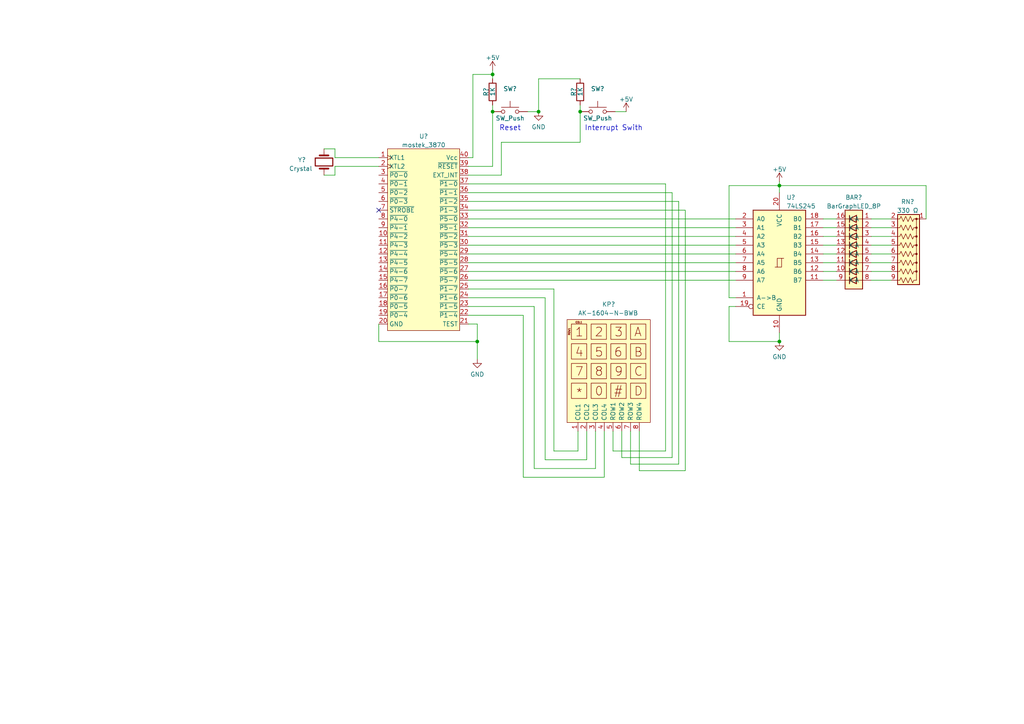
<source format=kicad_sch>
(kicad_sch (version 20211123) (generator eeschema)
  (paper "A4")
  (lib_symbols
    (symbol "74xx:74LS245" (pin_names (offset 1.016))
      (property "Reference" "U" (at -7.62 16.51 0))
      (property "Value" "74LS245" (at -7.62 -16.51 0))
      (symbol "74LS245_1_0"
        (polyline (pts (xy -0.635 -1.27) (xy -0.635 1.27) (xy 0.635 1.27)))
        (polyline (pts (xy -1.27 -1.27) (xy 0.635 -1.27) (xy 0.635 1.27) (xy 1.27 1.27)))
        (pin input line (at -12.7 -10.16 0) (length 5.08) (name "A->B") (number "1"))
        (pin power_in line (at 0 -20.32 90) (length 5.08) (name "GND") (number "10"))
        (pin tri_state line (at 12.7 -5.08 180) (length 5.08) (name "B7") (number "11"))
        (pin tri_state line (at 12.7 -2.54 180) (length 5.08) (name "B6") (number "12"))
        (pin tri_state line (at 12.7 0 180) (length 5.08) (name "B5") (number "13"))
        (pin tri_state line (at 12.7 2.54 180) (length 5.08) (name "B4") (number "14"))
        (pin tri_state line (at 12.7 5.08 180) (length 5.08) (name "B3") (number "15"))
        (pin tri_state line (at 12.7 7.62 180) (length 5.08) (name "B2") (number "16"))
        (pin tri_state line (at 12.7 10.16 180) (length 5.08) (name "B1") (number "17"))
        (pin tri_state line (at 12.7 12.7 180) (length 5.08) (name "B0") (number "18"))
        (pin input inverted (at -12.7 -12.7 0) (length 5.08) (name "CE") (number "19"))
        (pin tri_state line (at -12.7 12.7 0) (length 5.08) (name "A0") (number "2"))
        (pin power_in line (at 0 20.32 270) (length 5.08) (name "VCC") (number "20"))
        (pin tri_state line (at -12.7 10.16 0) (length 5.08) (name "A1") (number "3"))
        (pin tri_state line (at -12.7 7.62 0) (length 5.08) (name "A2") (number "4"))
        (pin tri_state line (at -12.7 5.08 0) (length 5.08) (name "A3") (number "5"))
        (pin tri_state line (at -12.7 2.54 0) (length 5.08) (name "A4") (number "6"))
        (pin tri_state line (at -12.7 0 0) (length 5.08) (name "A5") (number "7"))
        (pin tri_state line (at -12.7 -2.54 0) (length 5.08) (name "A6") (number "8"))
        (pin tri_state line (at -12.7 -5.08 0) (length 5.08) (name "A7") (number "9"))
      )
      (symbol "74LS245_1_1"
        (rectangle (start -7.62 15.24) (end 7.62 -15.24) (stroke (width 0.254)) (fill (type background)))
      )
    )
    (symbol "Device:Crystal" (pin_numbers hide) (pin_names (offset 1.016) hide)
      (property "Reference" "Y" (at 0 3.81 0))
      (property "Value" "Crystal" (at 0 -3.81 0))
      (symbol "Crystal_0_1"
        (rectangle (start -1.143 2.54) (end 1.143 -2.54) (stroke (width 0.3048)))
        (polyline (pts (xy -2.54 0) (xy -1.905 0)))
        (polyline (pts (xy -1.905 -1.27) (xy -1.905 1.27)) (stroke (width 0.508)))
        (polyline (pts (xy 1.905 -1.27) (xy 1.905 1.27)) (stroke (width 0.508)))
        (polyline (pts (xy 2.54 0) (xy 1.905 0)))
      )
      (symbol "Crystal_1_1"
        (pin passive line (at -3.81 0 0) (length 1.27) (name "1") (number "1"))
        (pin passive line (at 3.81 0 180) (length 1.27) (name "2") (number "2"))
      )
    )
    (symbol "Device:R" (pin_numbers hide) (pin_names (offset 0))
      (property "Reference" "R" (at 2.032 0 90))
      (property "Value" "R" (at 0 0 90))
      (symbol "R_0_1"
        (rectangle (start -1.016 -2.54) (end 1.016 2.54) (stroke (width 0.254)))
      )
      (symbol "R_1_1"
        (pin passive line (at 0 3.81 270) (length 1.27) (name "~") (number "1"))
        (pin passive line (at 0 -3.81 90) (length 1.27) (name "~") (number "2"))
      )
    )
    (symbol "Device:R_Network08_US" (pin_names (offset 0) hide)
      (property "Reference" "RN" (at -12.7 0 90))
      (property "Value" "R_Network08_US" (at 10.16 0 90))
      (symbol "R_Network08_US_0_1"
        (rectangle (start -11.43 -3.175) (end 8.89 3.175) (stroke (width 0.254)) (fill (type background)))
        (circle (center -10.16 2.286) (radius 0.254) (fill (type outline)))
        (circle (center -7.62 2.286) (radius 0.254) (fill (type outline)))
        (circle (center -5.08 2.286) (radius 0.254) (fill (type outline)))
        (circle (center -2.54 2.286) (radius 0.254) (fill (type outline)))
        (polyline (pts (xy -10.16 2.286) (xy 7.62 2.286)))
        (polyline (pts (xy -10.16 2.286) (xy -10.16 1.524) (xy -9.398 1.1684) (xy -10.922 0.508) (xy -9.398 -0.1524) (xy -10.922 -0.8382) (xy -9.398 -1.524) (xy -10.922 -2.1844) (xy -10.16 -2.54) (xy -10.16 -3.81)))
        (polyline (pts (xy -7.62 2.286) (xy -7.62 1.524) (xy -6.858 1.1684) (xy -8.382 0.508) (xy -6.858 -0.1524) (xy -8.382 -0.8382) (xy -6.858 -1.524) (xy -8.382 -2.1844) (xy -7.62 -2.54) (xy -7.62 -3.81)))
        (polyline (pts (xy -5.08 2.286) (xy -5.08 1.524) (xy -4.318 1.1684) (xy -5.842 0.508) (xy -4.318 -0.1524) (xy -5.842 -0.8382) (xy -4.318 -1.524) (xy -5.842 -2.1844) (xy -5.08 -2.54) (xy -5.08 -3.81)))
        (polyline (pts (xy -2.54 2.286) (xy -2.54 1.524) (xy -1.778 1.1684) (xy -3.302 0.508) (xy -1.778 -0.1524) (xy -3.302 -0.8382) (xy -1.778 -1.524) (xy -3.302 -2.1844) (xy -2.54 -2.54) (xy -2.54 -3.81)))
        (polyline (pts (xy 0 2.286) (xy 0 1.524) (xy 0.762 1.1684) (xy -0.762 0.508) (xy 0.762 -0.1524) (xy -0.762 -0.8382) (xy 0.762 -1.524) (xy -0.762 -2.1844) (xy 0 -2.54) (xy 0 -3.81)))
        (polyline (pts (xy 2.54 2.286) (xy 2.54 1.524) (xy 3.302 1.1684) (xy 1.778 0.508) (xy 3.302 -0.1524) (xy 1.778 -0.8382) (xy 3.302 -1.524) (xy 1.778 -2.1844) (xy 2.54 -2.54) (xy 2.54 -3.81)))
        (polyline (pts (xy 5.08 2.286) (xy 5.08 1.524) (xy 5.842 1.1684) (xy 4.318 0.508) (xy 5.842 -0.1524) (xy 4.318 -0.8382) (xy 5.842 -1.524) (xy 4.318 -2.1844) (xy 5.08 -2.54) (xy 5.08 -3.81)))
        (polyline (pts (xy 7.62 2.286) (xy 7.62 1.524) (xy 8.382 1.1684) (xy 6.858 0.508) (xy 8.382 -0.1524) (xy 6.858 -0.8382) (xy 8.382 -1.524) (xy 6.858 -2.1844) (xy 7.62 -2.54) (xy 7.62 -3.81)))
        (circle (center 0 2.286) (radius 0.254) (fill (type outline)))
        (circle (center 2.54 2.286) (radius 0.254) (fill (type outline)))
        (circle (center 5.08 2.286) (radius 0.254) (fill (type outline)))
      )
      (symbol "R_Network08_US_1_1"
        (pin passive line (at -10.16 5.08 270) (length 2.54) (name "common") (number "1"))
        (pin passive line (at -10.16 -5.08 90) (length 1.27) (name "R1") (number "2"))
        (pin passive line (at -7.62 -5.08 90) (length 1.27) (name "R2") (number "3"))
        (pin passive line (at -5.08 -5.08 90) (length 1.27) (name "R3") (number "4"))
        (pin passive line (at -2.54 -5.08 90) (length 1.27) (name "R4") (number "5"))
        (pin passive line (at 0 -5.08 90) (length 1.27) (name "R5") (number "6"))
        (pin passive line (at 2.54 -5.08 90) (length 1.27) (name "R6") (number "7"))
        (pin passive line (at 5.08 -5.08 90) (length 1.27) (name "R7") (number "8"))
        (pin passive line (at 7.62 -5.08 90) (length 1.27) (name "R8") (number "9"))
      )
    )
    (symbol "Switch:SW_Push" (pin_numbers hide) (pin_names (offset 1.016) hide)
      (property "Reference" "SW" (at 1.27 2.54 0))
      (property "Value" "SW_Push" (at 0 -1.524 0))
      (symbol "SW_Push_0_1"
        (circle (center -2.032 0) (radius 0.508))
        (polyline (pts (xy 0 1.27) (xy 0 3.048)))
        (polyline (pts (xy 2.54 1.27) (xy -2.54 1.27)))
        (circle (center 2.032 0) (radius 0.508))
        (pin passive line (at -5.08 0 0) (length 2.54) (name "1") (number "1"))
        (pin passive line (at 5.08 0 180) (length 2.54) (name "2") (number "2"))
      )
    )
    (symbol "ak_1604_keypad:AK-1604-N-BWB"
      (property "Reference" "KP" (at 20.32 -9.525 0))
      (property "Value" "AK-1604-N-BWB" (at 0.635 -18.415 0))
      (symbol "AK-1604-N-BWB_0_0"
        (text "#" (at 2.794 9.144 0) (effects (font (size 2.54 2.54))))
        (text "*" (at -8.509 8.636 0) (effects (font (size 2.54 2.54))))
        (text "0" (at -2.794 9.144 0) (effects (font (size 2.54 2.54))))
        (text "1" (at -8.509 26.289 0) (effects (font (size 2.54 2.54))))
        (text "2" (at -2.794 26.289 0) (effects (font (size 2.54 2.54))))
        (text "3" (at 2.921 26.289 0) (effects (font (size 2.54 2.54))))
        (text "4" (at -8.509 20.447 0) (effects (font (size 2.54 2.54))))
        (text "5" (at -2.794 20.447 0) (effects (font (size 2.54 2.54))))
        (text "6" (at 2.794 20.447 0) (effects (font (size 2.54 2.54))))
        (text "7" (at -8.509 14.859 0) (effects (font (size 2.54 2.54))))
        (text "8" (at -2.794 14.859 0) (effects (font (size 2.54 2.54))))
        (text "9" (at 2.921 14.859 0) (effects (font (size 2.54 2.54))))
        (text "A" (at 8.509 26.289 0) (effects (font (size 2.54 2.54))))
        (text "B" (at 8.636 20.447 0) (effects (font (size 2.54 2.54))))
        (text "C" (at 8.636 14.859 0) (effects (font (size 2.54 2.54))))
        (text "COL1" (at -8.636 29.083 0) (effects (font (size 0.508 0.508))))
        (text "D" (at 8.636 9.144 0) (effects (font (size 2.54 2.54))))
        (text "ROW1" (at -11.43 26.416 900) (effects (font (size 0.508 0.508))))
        (pin bidirectional line (at -8.89 -2.54 90) (length 2.54) (name "COL1") (number "1"))
        (pin bidirectional line (at -6.35 -2.54 90) (length 2.54) (name "COL2") (number "2"))
        (pin bidirectional line (at -3.81 -2.54 90) (length 2.54) (name "COL3") (number "3"))
        (pin bidirectional line (at -1.27 -2.54 90) (length 2.54) (name "COL4") (number "4"))
        (pin bidirectional line (at 1.27 -2.54 90) (length 2.54) (name "ROW1") (number "5"))
        (pin bidirectional line (at 3.81 -2.54 90) (length 2.54) (name "ROW2") (number "6"))
        (pin bidirectional line (at 6.35 -2.54 90) (length 2.54) (name "ROW3") (number "7"))
        (pin bidirectional line (at 8.89 -2.54 90) (length 2.54) (name "ROW4") (number "8"))
      )
      (symbol "AK-1604-N-BWB_0_1"
        (rectangle (start -12.065 29.845) (end 12.065 0) (stroke (width 0.1524)) (fill (type background)))
        (rectangle (start -10.795 11.43) (end -6.35 6.985) (stroke (width 0.1524)))
        (rectangle (start -10.795 17.145) (end -6.35 12.7) (stroke (width 0.1524)))
        (rectangle (start -10.795 22.86) (end -6.35 18.415) (stroke (width 0.1524)))
        (rectangle (start -10.795 28.575) (end -6.35 24.13) (stroke (width 0.1524)))
        (rectangle (start -5.08 11.43) (end -0.635 6.985) (stroke (width 0.1524)))
        (rectangle (start -5.08 17.145) (end -0.635 12.7) (stroke (width 0.1524)))
        (rectangle (start -5.08 22.86) (end -0.635 18.415) (stroke (width 0.1524)))
        (rectangle (start -5.08 28.575) (end -0.635 24.13) (stroke (width 0.1524)))
        (rectangle (start 0.635 11.43) (end 5.08 6.985) (stroke (width 0.1524)))
        (rectangle (start 0.635 17.145) (end 5.08 12.7) (stroke (width 0.1524)))
        (rectangle (start 0.635 22.86) (end 5.08 18.415) (stroke (width 0.1524)))
        (rectangle (start 0.635 28.575) (end 5.08 24.13) (stroke (width 0.1524)))
        (rectangle (start 6.35 11.43) (end 10.795 6.985) (stroke (width 0.1524)))
        (rectangle (start 6.35 17.145) (end 10.795 12.7) (stroke (width 0.1524)))
        (rectangle (start 6.35 22.86) (end 10.795 18.415) (stroke (width 0.1524)))
        (rectangle (start 6.35 28.575) (end 10.795 24.13) (stroke (width 0.1524)))
      )
    )
    (symbol "bargraphled_8p:BarGraphLED_8P" (pin_names (offset 1.016))
      (property "Reference" "BAR" (at 0 13.97 0))
      (property "Value" "BarGraphLED_8P" (at 0 -12.065 0))
      (symbol "BarGraphLED_8P_1_1"
        (rectangle (start -2.54 12.7) (end 2.54 -10.16) (stroke (width 0.254)) (fill (type background)))
        (polyline (pts (xy -2.54 -7.62) (xy 2.54 -7.62)))
        (polyline (pts (xy -2.54 -5.08) (xy 2.54 -5.08)))
        (polyline (pts (xy -2.54 0) (xy 2.54 0)))
        (polyline (pts (xy -2.54 5.08) (xy 2.54 5.08)))
        (polyline (pts (xy -2.54 7.62) (xy 2.54 7.62)))
        (polyline (pts (xy -2.54 10.16) (xy 2.54 10.16)))
        (polyline (pts (xy 1.27 -6.604) (xy 1.27 -8.636)) (stroke (width 0.254)))
        (polyline (pts (xy 1.27 -4.064) (xy 1.27 -6.096)) (stroke (width 0.254)))
        (polyline (pts (xy 1.27 -1.524) (xy 1.27 -3.556)) (stroke (width 0.254)))
        (polyline (pts (xy 1.27 1.016) (xy 1.27 -1.016)) (stroke (width 0.254)))
        (polyline (pts (xy 1.27 3.556) (xy 1.27 1.524)) (stroke (width 0.254)))
        (polyline (pts (xy 1.27 6.096) (xy 1.27 4.064)) (stroke (width 0.254)))
        (polyline (pts (xy 1.27 8.636) (xy 1.27 6.604)) (stroke (width 0.254)))
        (polyline (pts (xy 1.27 11.176) (xy 1.27 9.144)) (stroke (width 0.254)))
        (polyline (pts (xy 2.54 -2.54) (xy -2.54 -2.54)))
        (polyline (pts (xy 2.54 2.54) (xy -2.54 2.54)))
        (polyline (pts (xy -0.762 -6.604) (xy -0.762 -8.636) (xy 1.27 -7.62) (xy -0.762 -6.604)) (stroke (width 0.254)))
        (polyline (pts (xy -0.762 -4.064) (xy -0.762 -6.096) (xy 1.27 -5.08) (xy -0.762 -4.064)) (stroke (width 0.254)))
        (polyline (pts (xy -0.762 -1.524) (xy -0.762 -3.556) (xy 1.27 -2.54) (xy -0.762 -1.524)) (stroke (width 0.254)))
        (polyline (pts (xy -0.762 1.016) (xy -0.762 -1.016) (xy 1.27 0) (xy -0.762 1.016)) (stroke (width 0.254)))
        (polyline (pts (xy -0.762 3.556) (xy -0.762 1.524) (xy 1.27 2.54) (xy -0.762 3.556)) (stroke (width 0.254)))
        (polyline (pts (xy -0.762 6.096) (xy -0.762 4.064) (xy 1.27 5.08) (xy -0.762 6.096)) (stroke (width 0.254)))
        (polyline (pts (xy -0.762 8.636) (xy -0.762 6.604) (xy 1.27 7.62) (xy -0.762 8.636)) (stroke (width 0.254)))
        (polyline (pts (xy -0.762 11.176) (xy -0.762 9.144) (xy 1.27 10.16) (xy -0.762 11.176)) (stroke (width 0.254)))
        (pin passive line (at -5.08 10.16 0) (length 2.54) (name "A") (number "1"))
        (pin passive line (at 5.08 -5.08 180) (length 2.54) (name "K") (number "10"))
        (pin passive line (at 5.08 -2.54 180) (length 2.54) (name "K") (number "11"))
        (pin passive line (at 5.08 0 180) (length 2.54) (name "K") (number "12"))
        (pin passive line (at 5.08 2.54 180) (length 2.54) (name "K") (number "13"))
        (pin passive line (at 5.08 5.08 180) (length 2.54) (name "K") (number "14"))
        (pin passive line (at 5.08 7.62 180) (length 2.54) (name "K") (number "15"))
        (pin passive line (at 5.08 10.16 180) (length 2.54) (name "K") (number "16"))
        (pin passive line (at -5.08 7.62 0) (length 2.54) (name "A") (number "2"))
        (pin passive line (at -5.08 5.08 0) (length 2.54) (name "A") (number "3"))
        (pin passive line (at -5.08 2.54 0) (length 2.54) (name "A") (number "4"))
        (pin passive line (at -5.08 0 0) (length 2.54) (name "A") (number "5"))
        (pin passive line (at -5.08 -2.54 0) (length 2.54) (name "A") (number "6"))
        (pin passive line (at -5.08 -5.08 0) (length 2.54) (name "A") (number "7"))
        (pin passive line (at -5.08 -7.62 0) (length 2.54) (name "A") (number "8"))
        (pin passive line (at 5.08 -7.62 180) (length 2.54) (name "K") (number "9"))
      )
    )
    (symbol "mostek_3870:mostek_3870"
      (property "Reference" "U" (at 0 28.575 0))
      (property "Value" "mostek_3870" (at 0 -27.94 0))
      (symbol "mostek_3870_0_0"
        (pin input clock (at -13.335 24.13 0) (length 2.54) (name "XTL1") (number "1"))
        (pin bidirectional line (at -13.335 1.27 0) (length 2.54) (name "~{P4-2}") (number "10"))
        (pin bidirectional line (at -13.335 -1.27 0) (length 2.54) (name "~{P4-3}") (number "11"))
        (pin bidirectional line (at -13.335 -3.81 0) (length 2.54) (name "~{P4-4}") (number "12"))
        (pin bidirectional line (at -13.335 -6.35 0) (length 2.54) (name "~{P4-5}") (number "13"))
        (pin bidirectional line (at -13.335 -8.89 0) (length 2.54) (name "~{P4-6}") (number "14"))
        (pin bidirectional line (at -13.335 -11.43 0) (length 2.54) (name "~{P4-7}") (number "15"))
        (pin bidirectional line (at -13.335 -13.97 0) (length 2.54) (name "~{P0-7}") (number "16"))
        (pin bidirectional line (at -13.335 -16.51 0) (length 2.54) (name "~{P0-6}") (number "17"))
        (pin bidirectional line (at -13.335 -19.05 0) (length 2.54) (name "~{P0-5}") (number "18"))
        (pin bidirectional line (at -13.335 -21.59 0) (length 2.54) (name "~{P0-4}") (number "19"))
        (pin input clock (at -13.335 21.59 0) (length 2.54) (name "XTL2") (number "2"))
        (pin power_in line (at -13.335 -24.13 0) (length 2.54) (name "GND") (number "20"))
        (pin input line (at 12.7 -24.13 180) (length 2.54) (name "TEST") (number "21"))
        (pin bidirectional line (at 12.7 -21.59 180) (length 2.54) (name "~{P1-4}") (number "22"))
        (pin bidirectional line (at 12.7 -19.05 180) (length 2.54) (name "~{P1-5}") (number "23"))
        (pin bidirectional line (at 12.7 -16.51 180) (length 2.54) (name "~{P1-6}") (number "24"))
        (pin bidirectional line (at 12.7 -13.97 180) (length 2.54) (name "~{P1-7}") (number "25"))
        (pin bidirectional line (at 12.7 -11.43 180) (length 2.54) (name "~{P5-7}") (number "26"))
        (pin bidirectional line (at 12.7 -8.89 180) (length 2.54) (name "~{P5-6}") (number "27"))
        (pin bidirectional line (at 12.7 -6.35 180) (length 2.54) (name "~{P5-5}") (number "28"))
        (pin bidirectional line (at 12.7 -3.81 180) (length 2.54) (name "~{P5-4}") (number "29"))
        (pin bidirectional line (at -13.335 19.05 0) (length 2.54) (name "~{P0-0}") (number "3"))
        (pin bidirectional line (at 12.7 -1.27 180) (length 2.54) (name "~{P5-3}") (number "30"))
        (pin bidirectional line (at 12.7 1.27 180) (length 2.54) (name "~{P5-2}") (number "31"))
        (pin bidirectional line (at 12.7 3.81 180) (length 2.54) (name "~{P5-1}") (number "32"))
        (pin bidirectional line (at 12.7 6.35 180) (length 2.54) (name "~{P5-0}") (number "33"))
        (pin bidirectional line (at 12.7 8.89 180) (length 2.54) (name "~{P1-3}") (number "34"))
        (pin bidirectional line (at 12.7 11.43 180) (length 2.54) (name "~{P1-2}") (number "35"))
        (pin bidirectional line (at 12.7 13.97 180) (length 2.54) (name "~{P1-1}") (number "36"))
        (pin bidirectional line (at 12.7 16.51 180) (length 2.54) (name "~{P1-0}") (number "37"))
        (pin input line (at 12.7 19.05 180) (length 2.54) (name "EXT_INT") (number "38"))
        (pin input line (at 12.7 21.59 180) (length 2.54) (name "~{RESET}") (number "39"))
        (pin bidirectional line (at -13.335 16.51 0) (length 2.54) (name "~{P0-1}") (number "4"))
        (pin power_in line (at 12.7 24.13 180) (length 2.54) (name "Vcc") (number "40"))
        (pin bidirectional line (at -13.335 13.97 0) (length 2.54) (name "~{P0-2}") (number "5"))
        (pin bidirectional line (at -13.335 11.43 0) (length 2.54) (name "~{P0-3}") (number "6"))
        (pin input line (at -13.335 8.89 0) (length 2.54) (name "~{STROBE}") (number "7"))
        (pin bidirectional line (at -13.335 6.35 0) (length 2.54) (name "~{P4-0}") (number "8"))
        (pin bidirectional line (at -13.335 3.81 0) (length 2.54) (name "~{P4-1}") (number "9"))
      )
      (symbol "mostek_3870_0_1"
        (rectangle (start -10.795 26.67) (end 10.16 -26.035) (stroke (width 0.1524)) (fill (type background)))
      )
    )
    (symbol "power:+5V" (power) (pin_names (offset 0))
      (property "Value" "+5V" (at 0 3.556 0))
      (symbol "+5V_0_1"
        (polyline (pts (xy -0.762 1.27) (xy 0 2.54)))
        (polyline (pts (xy 0 0) (xy 0 2.54)))
        (polyline (pts (xy 0 2.54) (xy 0.762 1.27)))
      )
      (symbol "+5V_1_1"
        (pin power_in line (at 0 0 90) (length 0) hide (name "+5V") (number "1"))
      )
    )
    (symbol "power:GND" (power) (pin_names (offset 0))
      (property "Value" "GND" (at 0 -3.81 0))
      (symbol "GND_0_1"
        (polyline (pts (xy 0 0) (xy 0 -1.27) (xy 1.27 -1.27) (xy 0 -2.54) (xy -1.27 -1.27) (xy 0 -1.27)))
      )
      (symbol "GND_1_1"
        (pin power_in line (at 0 0 270) (length 0) hide (name "GND") (number "1"))
      )
    )
  )
  (junction (at 168.275 32.385))
  (junction (at 138.43 99.06))
  (junction (at 142.875 32.385))
  (junction (at 142.875 21.59))
  (junction (at 156.21 32.385))
  (junction (at 226.06 53.827))
  (junction (at 226.06 99.06))
  (no_connect (at 109.855 60.96))
  (wire (pts (xy 135.89 73.66) (xy 213.36 73.66)))
  (wire (pts (xy 198.755 60.96) (xy 198.755 136.525)))
  (wire (pts (xy 252.73 71.12) (xy 258.445 71.12)))
  (wire (pts (xy 160.655 130.81) (xy 167.64 130.81)))
  (wire (pts (xy 135.89 60.96) (xy 198.755 60.96)))
  (wire (pts (xy 238.76 73.66) (xy 242.57 73.66)))
  (wire (pts (xy 135.89 55.88) (xy 194.945 55.88)))
  (wire (pts (xy 238.76 68.58) (xy 242.57 68.58)))
  (wire (pts (xy 194.945 55.88) (xy 194.945 132.715)))
  (wire (pts (xy 252.73 81.28) (xy 258.445 81.28)))
  (wire (pts (xy 238.76 63.5) (xy 242.57 63.5)))
  (wire (pts (xy 135.89 76.2) (xy 213.36 76.2)))
  (wire (pts (xy 142.875 21.59) (xy 142.875 22.86)))
  (wire (pts (xy 97.155 45.72) (xy 97.155 43.18)))
  (wire (pts (xy 268.605 63.5) (xy 268.605 53.827)))
  (wire (pts (xy 180.34 132.715) (xy 180.34 125.095)))
  (wire (pts (xy 135.89 68.58) (xy 213.36 68.58)))
  (wire (pts (xy 151.765 138.43) (xy 175.26 138.43)))
  (wire (pts (xy 196.85 134.62) (xy 182.88 134.62)))
  (wire (pts (xy 238.76 76.2) (xy 242.57 76.2)))
  (wire (pts (xy 154.94 88.9) (xy 154.94 135.89)))
  (wire (pts (xy 109.855 93.98) (xy 109.855 99.06)))
  (wire (pts (xy 268.605 53.827) (xy 226.06 53.827)))
  (wire (pts (xy 211.455 53.827) (xy 226.06 53.827)))
  (wire (pts (xy 142.875 20.32) (xy 142.875 21.59)))
  (wire (pts (xy 135.89 45.72) (xy 137.16 45.72)))
  (wire (pts (xy 168.275 30.48) (xy 168.275 32.385)))
  (wire (pts (xy 137.16 21.59) (xy 142.875 21.59)))
  (wire (pts (xy 213.36 86.36) (xy 211.455 86.36)))
  (wire (pts (xy 168.275 41.275) (xy 168.275 32.385)))
  (wire (pts (xy 135.89 78.74) (xy 213.36 78.74)))
  (wire (pts (xy 252.73 63.5) (xy 258.445 63.5)))
  (wire (pts (xy 137.16 45.72) (xy 137.16 21.59)))
  (wire (pts (xy 160.655 83.82) (xy 160.655 130.81)))
  (wire (pts (xy 135.89 88.9) (xy 154.94 88.9)))
  (wire (pts (xy 226.06 96.52) (xy 226.06 99.06)))
  (wire (pts (xy 109.855 45.72) (xy 97.155 45.72)))
  (wire (pts (xy 135.89 48.26) (xy 142.875 48.26)))
  (wire (pts (xy 142.875 48.26) (xy 142.875 32.385)))
  (wire (pts (xy 135.89 58.42) (xy 196.85 58.42)))
  (wire (pts (xy 238.76 66.04) (xy 242.57 66.04)))
  (wire (pts (xy 211.455 86.36) (xy 211.455 53.827)))
  (wire (pts (xy 154.94 135.89) (xy 172.72 135.89)))
  (wire (pts (xy 198.755 136.525) (xy 185.42 136.525)))
  (wire (pts (xy 194.945 132.715) (xy 180.34 132.715)))
  (wire (pts (xy 238.76 71.12) (xy 242.57 71.12)))
  (wire (pts (xy 177.8 130.81) (xy 177.8 125.095)))
  (wire (pts (xy 135.89 91.44) (xy 151.765 91.44)))
  (wire (pts (xy 138.43 93.98) (xy 138.43 99.06)))
  (wire (pts (xy 182.88 134.62) (xy 182.88 125.095)))
  (wire (pts (xy 213.36 88.9) (xy 211.455 88.9)))
  (wire (pts (xy 252.73 78.74) (xy 258.445 78.74)))
  (wire (pts (xy 170.18 133.35) (xy 170.18 125.095)))
  (wire (pts (xy 138.43 99.06) (xy 138.43 104.14)))
  (wire (pts (xy 238.76 78.74) (xy 242.57 78.74)))
  (wire (pts (xy 193.04 53.34) (xy 193.04 130.81)))
  (wire (pts (xy 158.115 86.36) (xy 158.115 133.35)))
  (wire (pts (xy 135.89 83.82) (xy 160.655 83.82)))
  (wire (pts (xy 158.115 133.35) (xy 170.18 133.35)))
  (wire (pts (xy 145.415 41.275) (xy 168.275 41.275)))
  (wire (pts (xy 193.04 130.81) (xy 177.8 130.81)))
  (wire (pts (xy 226.06 53.827) (xy 226.06 55.88)))
  (wire (pts (xy 145.415 50.8) (xy 145.415 41.275)))
  (wire (pts (xy 211.455 88.9) (xy 211.455 99.06)))
  (wire (pts (xy 151.765 91.44) (xy 151.765 138.43)))
  (wire (pts (xy 135.89 93.98) (xy 138.43 93.98)))
  (wire (pts (xy 109.855 48.26) (xy 97.155 48.26)))
  (wire (pts (xy 109.855 99.06) (xy 138.43 99.06)))
  (wire (pts (xy 135.89 50.8) (xy 145.415 50.8)))
  (wire (pts (xy 97.155 50.8) (xy 93.98 50.8)))
  (wire (pts (xy 238.76 81.28) (xy 242.57 81.28)))
  (wire (pts (xy 252.73 76.2) (xy 258.445 76.2)))
  (wire (pts (xy 156.21 22.86) (xy 156.21 32.385)))
  (wire (pts (xy 97.155 43.18) (xy 93.98 43.18)))
  (wire (pts (xy 135.89 66.04) (xy 213.36 66.04)))
  (wire (pts (xy 172.72 135.89) (xy 172.72 125.095)))
  (wire (pts (xy 135.89 81.28) (xy 213.36 81.28)))
  (wire (pts (xy 97.155 48.26) (xy 97.155 50.8)))
  (wire (pts (xy 135.89 86.36) (xy 158.115 86.36)))
  (wire (pts (xy 135.89 53.34) (xy 193.04 53.34)))
  (wire (pts (xy 175.26 138.43) (xy 175.26 125.095)))
  (wire (pts (xy 226.06 52.705) (xy 226.06 53.827)))
  (wire (pts (xy 167.64 130.81) (xy 167.64 125.095)))
  (wire (pts (xy 178.435 32.385) (xy 181.61 32.385)))
  (wire (pts (xy 135.89 71.12) (xy 213.36 71.12)))
  (wire (pts (xy 252.73 73.66) (xy 258.445 73.66)))
  (wire (pts (xy 196.85 58.42) (xy 196.85 134.62)))
  (wire (pts (xy 168.275 22.86) (xy 156.21 22.86)))
  (wire (pts (xy 252.73 68.58) (xy 258.445 68.58)))
  (wire (pts (xy 252.73 66.04) (xy 258.445 66.04)))
  (wire (pts (xy 153.035 32.385) (xy 156.21 32.385)))
  (wire (pts (xy 135.89 63.5) (xy 213.36 63.5)))
  (wire (pts (xy 142.875 30.48) (xy 142.875 32.385)))
  (wire (pts (xy 211.455 99.06) (xy 226.06 99.06)))
  (wire (pts (xy 185.42 136.525) (xy 185.42 125.095)))
  (text "Interrupt Swith" (at 169.545 38.1 0) (effects (font (size 1.5 1.5)) (justify left bottom)))
  (text "Reset" (at 144.78 38.1 0) (effects (font (size 1.5 1.5)) (justify left bottom)))
  (symbol (lib_id "Device:R_Network08_US") (at 263.525 73.66 270) (unit 1)
    (property "Reference" "RN?" (at 263.271 58.5302 90))
    (property "Value" "330 Ω" (at 263.271 61.0671 90))
    (property "Footprint" "Resistor_THT:R_Array_SIP9" (effects hide))
    (property "Datasheet" "http://www.vishay.com/docs/31509/csc.pdf" (effects hide))
  )
  (symbol (lib_id "74xx:74LS245") (at 226.06 76.2 0) (unit 1)
    (property "Reference" "U?" (at 228.0794 57.2602 0) (effects (justify left)))
    (property "Value" "74LS245" (at 228.0794 59.7971 0) (effects (justify left)))
    (property "Datasheet" "http://www.ti.com/lit/gpn/sn74LS245" (effects hide))
  )
  (symbol (lib_id "power:GND") (at 226.06 99.06 0) (unit 1)
    (property "Reference" "#PWR?" (effects hide))
    (property "Value" "GND" (at 226.06 103.5034 0))
  )
  (symbol (lib_id "power:GND") (at 156.21 32.385 0) (unit 1)
    (property "Reference" "#PWR?" (effects hide))
    (property "Value" "GND" (at 156.21 36.8284 0))
  )
  (symbol (lib_id "Device:R") (at 142.875 26.67 0) (unit 1)
    (property "Reference" "R?" (at 140.97 27.94 90) (effects (justify left)))
    (property "Value" "1K" (at 142.875 27.94 90) (effects (justify left)))
  )
  (symbol (lib_id "Switch:SW_Push") (at 147.955 32.385 0) (unit 1)
    (property "Reference" "SW?" (at 147.955 25.7642 0))
    (property "Value" "SW_Push" (at 147.955 34.29 0))
  )
  (symbol (lib_id "Switch:SW_Push") (at 173.355 32.385 0) (unit 1)
    (property "Reference" "SW?" (at 173.355 25.7642 0))
    (property "Value" "SW_Push" (at 173.355 34.29 0))
  )
  (symbol (lib_id "ak_1604_keypad:AK-1604-N-BWB") (at 176.53 122.555 0) (unit 1)
    (property "Reference" "KP?" (at 174.625 88.265 0) (effects (justify left)))
    (property "Value" "AK-1604-N-BWB" (at 167.64 90.805 0) (effects (justify left)))
  )
  (symbol (lib_id "Device:Crystal") (at 93.98 46.99 90) (unit 1)
    (property "Reference" "Y?" (at 86.36 46.355 90) (effects (justify right)))
    (property "Value" "Crystal" (at 83.82 48.895 90) (effects (justify right)))
  )
  (symbol (lib_id "power:+5V") (at 226.06 52.705 0) (unit 1)
    (property "Reference" "#PWR?" (effects hide))
    (property "Value" "+5V" (at 226.06 49.1292 0))
  )
  (symbol (lib_id "power:GND") (at 138.43 104.14 0) (unit 1)
    (property "Reference" "#PWR?" (effects hide))
    (property "Value" "GND" (at 138.43 108.5834 0))
  )
  (symbol (lib_id "power:+5V") (at 181.61 32.385 0) (unit 1)
    (property "Reference" "#PWR?" (effects hide))
    (property "Value" "+5V" (at 181.61 28.8092 0))
  )
  (symbol (lib_id "power:+5V") (at 142.875 20.32 0) (unit 1)
    (property "Reference" "#PWR?" (effects hide))
    (property "Value" "+5V" (at 142.875 16.7442 0))
  )
  (symbol (lib_id "bargraphled_8p:BarGraphLED_8P") (at 247.65 73.66 0) (mirror y) (unit 1)
    (property "Reference" "BAR?" (at 247.65 57.2602 0))
    (property "Value" "BarGraphLED_8P" (at 247.65 59.7971 0))
  )
  (symbol (lib_id "Device:R") (at 168.275 26.67 0) (unit 1)
    (property "Reference" "R?" (at 166.37 27.94 90) (effects (justify left)))
    (property "Value" "1K" (at 168.275 27.94 90) (effects (justify left)))
  )
  (symbol (lib_id "mostek_3870:mostek_3870") (at 123.19 69.85 0) (unit 1)
    (property "Reference" "U?" (at 122.8725 39.531 0))
    (property "Value" "mostek_3870" (at 122.8725 42.0679 0))
  )
)
</source>
